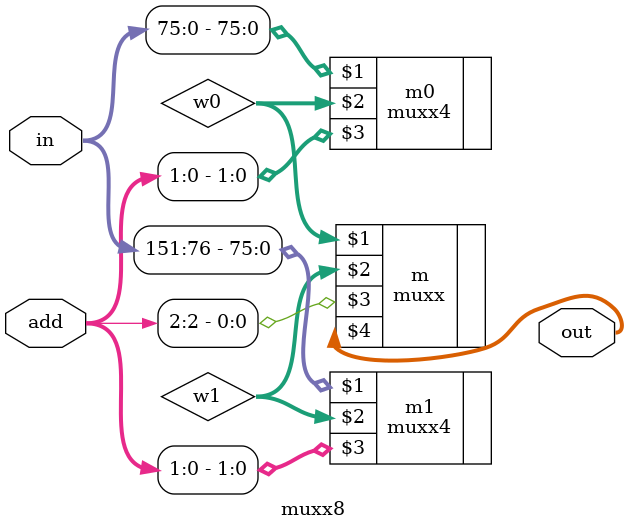
<source format=v>
`timescale 1ns / 1ps


module muxx8(
    input [151:0] in,//edit
    output [18:0] out,
    input [2:0] add
    );
    wire [18:0] w0;
    wire [18:0] w1;
    muxx4 m0(in[75:0],w0,add[1:0]);//edit range, add
    muxx4 m1(in[151:76],w1,add[1:0]);//edit range,add
    muxx m(w0,w1,add[2],out);//edit add
endmodule

</source>
